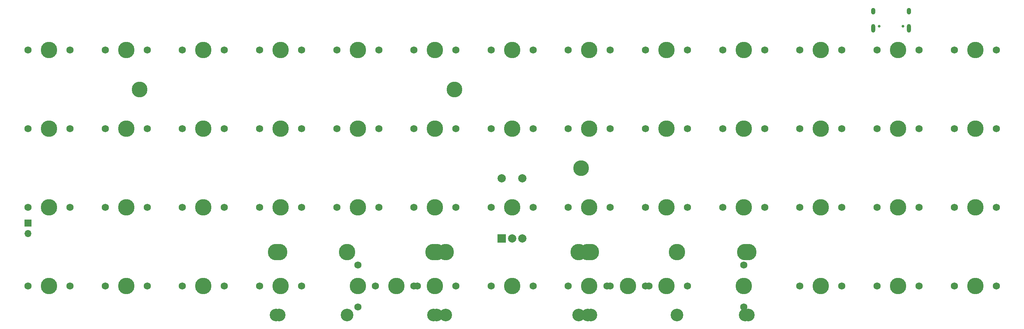
<source format=gbr>
%TF.GenerationSoftware,KiCad,Pcbnew,(5.99.0-11145-g173c9a974c)*%
%TF.CreationDate,2021-07-27T16:02:07-07:00*%
%TF.ProjectId,minibaen r2,6d696e69-6261-4656-9e20-72322e6b6963,rev?*%
%TF.SameCoordinates,Original*%
%TF.FileFunction,Soldermask,Top*%
%TF.FilePolarity,Negative*%
%FSLAX46Y46*%
G04 Gerber Fmt 4.6, Leading zero omitted, Abs format (unit mm)*
G04 Created by KiCad (PCBNEW (5.99.0-11145-g173c9a974c)) date 2021-07-27 16:02:07*
%MOMM*%
%LPD*%
G01*
G04 APERTURE LIST*
%ADD10R,1.700000X1.700000*%
%ADD11O,1.700000X1.700000*%
%ADD12C,3.987800*%
%ADD13C,1.750000*%
%ADD14R,2.000000X2.000000*%
%ADD15C,2.000000*%
%ADD16C,3.048000*%
%ADD17C,3.800000*%
%ADD18C,0.650000*%
%ADD19O,1.000000X1.600000*%
%ADD20O,1.000000X2.100000*%
G04 APERTURE END LIST*
D10*
%TO.C,SW1*%
X32300000Y-80000000D03*
D11*
X32300000Y-82540000D03*
%TD*%
D12*
%TO.C,MX5*%
X112080000Y-38100000D03*
D13*
X117160000Y-38100000D03*
X107000000Y-38100000D03*
%TD*%
%TO.C,MX1*%
X42440000Y-38100000D03*
D12*
X37360000Y-38100000D03*
D13*
X32280000Y-38100000D03*
%TD*%
%TO.C,MX35*%
X181720000Y-76200000D03*
D12*
X186800000Y-76200000D03*
D13*
X191880000Y-76200000D03*
%TD*%
%TO.C,MX47*%
X173200000Y-95250000D03*
X163040000Y-95250000D03*
D12*
X168120000Y-95250000D03*
%TD*%
D14*
%TO.C,SW2*%
X146940000Y-83700000D03*
D15*
X151940000Y-83700000D03*
X149440000Y-83700000D03*
X151940000Y-69200000D03*
X146940000Y-69200000D03*
%TD*%
D13*
%TO.C,MX42*%
X79800000Y-95250000D03*
X69640000Y-95250000D03*
D12*
X74720000Y-95250000D03*
%TD*%
%TO.C,MX56*%
X130390000Y-86995000D03*
D16*
X130390000Y-102235000D03*
D12*
X168490000Y-86995000D03*
D13*
X144360000Y-95250000D03*
D12*
X149440000Y-95250000D03*
D13*
X154520000Y-95250000D03*
D16*
X168490000Y-102235000D03*
%TD*%
D12*
%TO.C,MX40*%
X37360000Y-95250000D03*
D13*
X32280000Y-95250000D03*
X42440000Y-95250000D03*
%TD*%
D16*
%TO.C,MX58*%
X205850000Y-102235000D03*
D13*
X181720000Y-95250000D03*
X191880000Y-95250000D03*
D12*
X167750000Y-86995000D03*
X186800000Y-95250000D03*
D16*
X167750000Y-102235000D03*
D12*
X205850000Y-86995000D03*
%TD*%
D13*
%TO.C,MX36*%
X210560000Y-76200000D03*
D12*
X205480000Y-76200000D03*
D13*
X200400000Y-76200000D03*
%TD*%
%TO.C,MX29*%
X79800000Y-76200000D03*
X69640000Y-76200000D03*
D12*
X74720000Y-76200000D03*
%TD*%
D13*
%TO.C,MX15*%
X61120000Y-57150000D03*
D12*
X56040000Y-57150000D03*
D13*
X50960000Y-57150000D03*
%TD*%
%TO.C,MX22*%
X191880000Y-57150000D03*
D12*
X186800000Y-57150000D03*
D13*
X181720000Y-57150000D03*
%TD*%
%TO.C,MX55*%
X154520000Y-95250000D03*
D12*
X206590000Y-86995000D03*
X92290000Y-86995000D03*
D16*
X92290000Y-102235000D03*
D13*
X144360000Y-95250000D03*
D12*
X149440000Y-95250000D03*
D16*
X206590000Y-102235000D03*
%TD*%
D12*
%TO.C,MX11*%
X224160000Y-38100000D03*
D13*
X229240000Y-38100000D03*
X219080000Y-38100000D03*
%TD*%
D17*
%TO.C,H1*%
X59321000Y-47625000D03*
%TD*%
D13*
%TO.C,MX7*%
X154520000Y-38100000D03*
D12*
X149440000Y-38100000D03*
D13*
X144360000Y-38100000D03*
%TD*%
%TO.C,MX48*%
X191880000Y-95250000D03*
X181720000Y-95250000D03*
D12*
X186800000Y-95250000D03*
%TD*%
%TO.C,MX6*%
X130760000Y-38100000D03*
D13*
X125680000Y-38100000D03*
X135840000Y-38100000D03*
%TD*%
%TO.C,MX44*%
X112080000Y-100330000D03*
X112080000Y-90170000D03*
D12*
X112080000Y-95250000D03*
%TD*%
D13*
%TO.C,MX27*%
X32280000Y-76200000D03*
X42440000Y-76200000D03*
D12*
X37360000Y-76200000D03*
%TD*%
D13*
%TO.C,MX2*%
X50960000Y-38100000D03*
D12*
X56040000Y-38100000D03*
D13*
X61120000Y-38100000D03*
%TD*%
D12*
%TO.C,MX19*%
X130760000Y-57150000D03*
D13*
X135840000Y-57150000D03*
X125680000Y-57150000D03*
%TD*%
%TO.C,MX53*%
X116340000Y-95244000D03*
D12*
X121420000Y-95244000D03*
X109513750Y-86989000D03*
X133326250Y-86989000D03*
D16*
X109513750Y-102229000D03*
D13*
X126500000Y-95244000D03*
D16*
X133326250Y-102229000D03*
%TD*%
D12*
%TO.C,MX46*%
X149440000Y-95250000D03*
D13*
X144360000Y-95250000D03*
X154520000Y-95250000D03*
%TD*%
D12*
%TO.C,MX52*%
X261520000Y-95250000D03*
D13*
X256440000Y-95250000D03*
X266600000Y-95250000D03*
%TD*%
%TO.C,MX49*%
X205480000Y-100330000D03*
D12*
X205480000Y-95250000D03*
D13*
X205480000Y-90170000D03*
%TD*%
%TO.C,MX24*%
X229240000Y-57150000D03*
X219080000Y-57150000D03*
D12*
X224160000Y-57150000D03*
%TD*%
%TO.C,MX32*%
X130760000Y-76200000D03*
D13*
X135840000Y-76200000D03*
X125680000Y-76200000D03*
%TD*%
D12*
%TO.C,MX39*%
X261520000Y-76200000D03*
D13*
X266600000Y-76200000D03*
X256440000Y-76200000D03*
%TD*%
D12*
%TO.C,MX21*%
X168120000Y-57150000D03*
D13*
X163040000Y-57150000D03*
X173200000Y-57150000D03*
%TD*%
%TO.C,MX12*%
X237760000Y-38100000D03*
X247920000Y-38100000D03*
D12*
X242840000Y-38100000D03*
%TD*%
%TO.C,MX33*%
X149440000Y-76200000D03*
D13*
X144360000Y-76200000D03*
X154520000Y-76200000D03*
%TD*%
%TO.C,MX57*%
X172380000Y-95244000D03*
D12*
X165553750Y-86989000D03*
X177460000Y-95244000D03*
D16*
X189366250Y-102229000D03*
D12*
X189366250Y-86989000D03*
D13*
X182540000Y-95244000D03*
D16*
X165553750Y-102229000D03*
%TD*%
D13*
%TO.C,MX23*%
X210560000Y-57150000D03*
X200400000Y-57150000D03*
D12*
X205480000Y-57150000D03*
%TD*%
D17*
%TO.C,H2*%
X135521000Y-47625000D03*
%TD*%
D13*
%TO.C,MX17*%
X98480000Y-57150000D03*
X88320000Y-57150000D03*
D12*
X93400000Y-57150000D03*
%TD*%
%TO.C,MX30*%
X93400000Y-76200000D03*
D13*
X88320000Y-76200000D03*
X98480000Y-76200000D03*
%TD*%
D12*
%TO.C,MX41*%
X56040000Y-95250000D03*
D13*
X50960000Y-95250000D03*
X61120000Y-95250000D03*
%TD*%
%TO.C,MX9*%
X191880000Y-38100000D03*
D12*
X186800000Y-38100000D03*
D13*
X181720000Y-38100000D03*
%TD*%
D12*
%TO.C,MX51*%
X242840000Y-95250000D03*
D13*
X237760000Y-95250000D03*
X247920000Y-95250000D03*
%TD*%
D17*
%TO.C,H3*%
X166171000Y-66675000D03*
%TD*%
D12*
%TO.C,MX10*%
X205480000Y-38100000D03*
D13*
X210560000Y-38100000D03*
X200400000Y-38100000D03*
%TD*%
%TO.C,MX8*%
X173200000Y-38100000D03*
X163040000Y-38100000D03*
D12*
X168120000Y-38100000D03*
%TD*%
D13*
%TO.C,MX3*%
X69640000Y-38100000D03*
X79800000Y-38100000D03*
D12*
X74720000Y-38100000D03*
%TD*%
D13*
%TO.C,MX20*%
X154520000Y-57150000D03*
X144360000Y-57150000D03*
D12*
X149440000Y-57150000D03*
%TD*%
D13*
%TO.C,MX31*%
X107000000Y-76200000D03*
X117160000Y-76200000D03*
D12*
X112080000Y-76200000D03*
%TD*%
D13*
%TO.C,MX18*%
X117160000Y-57150000D03*
D12*
X112080000Y-57150000D03*
D13*
X107000000Y-57150000D03*
%TD*%
%TO.C,MX4*%
X88320000Y-38100000D03*
D12*
X93400000Y-38100000D03*
D13*
X98480000Y-38100000D03*
%TD*%
%TO.C,MX54*%
X112080000Y-100330000D03*
D16*
X93030000Y-102235000D03*
D12*
X112080000Y-95250000D03*
X93030000Y-86995000D03*
X131130000Y-86995000D03*
D16*
X131130000Y-102235000D03*
D13*
X112080000Y-90170000D03*
%TD*%
%TO.C,MX28*%
X50960000Y-76200000D03*
X61120000Y-76200000D03*
D12*
X56040000Y-76200000D03*
%TD*%
D13*
%TO.C,MX38*%
X237760000Y-76200000D03*
X247920000Y-76200000D03*
D12*
X242840000Y-76200000D03*
%TD*%
D13*
%TO.C,MX26*%
X266600000Y-57150000D03*
D12*
X261520000Y-57150000D03*
D13*
X256440000Y-57150000D03*
%TD*%
%TO.C,MX25*%
X237760000Y-57150000D03*
X247920000Y-57150000D03*
D12*
X242840000Y-57150000D03*
%TD*%
D13*
%TO.C,MX16*%
X69640000Y-57150000D03*
X79800000Y-57150000D03*
D12*
X74720000Y-57150000D03*
%TD*%
%TO.C,MX34*%
X168120000Y-76200000D03*
D13*
X163040000Y-76200000D03*
X173200000Y-76200000D03*
%TD*%
D12*
%TO.C,MX45*%
X130760000Y-95250000D03*
D13*
X135840000Y-95250000D03*
X125680000Y-95250000D03*
%TD*%
%TO.C,MX37*%
X219080000Y-76200000D03*
X229240000Y-76200000D03*
D12*
X224160000Y-76200000D03*
%TD*%
D13*
%TO.C,MX14*%
X42440000Y-57150000D03*
X32280000Y-57150000D03*
D12*
X37360000Y-57150000D03*
%TD*%
D13*
%TO.C,MX13*%
X266600000Y-38100000D03*
X256440000Y-38100000D03*
D12*
X261520000Y-38100000D03*
%TD*%
%TO.C,MX43*%
X93400000Y-95250000D03*
D13*
X98480000Y-95250000D03*
X88320000Y-95250000D03*
%TD*%
%TO.C,MX50*%
X229240000Y-95250000D03*
D12*
X224160000Y-95250000D03*
D13*
X219080000Y-95250000D03*
%TD*%
D18*
%TO.C,USB1*%
X244008000Y-32327500D03*
X238228000Y-32327500D03*
D19*
X245438000Y-28677500D03*
D20*
X245438000Y-32857500D03*
X236798000Y-32857500D03*
D19*
X236798000Y-28677500D03*
%TD*%
M02*

</source>
